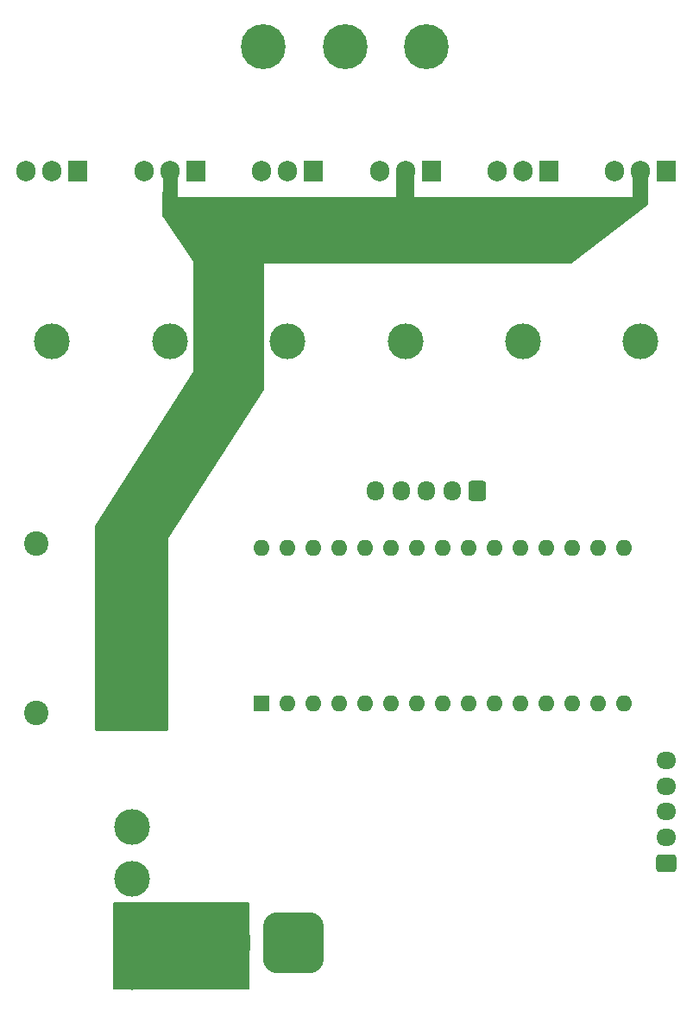
<source format=gbr>
%TF.GenerationSoftware,KiCad,Pcbnew,9.0.0*%
%TF.CreationDate,2025-05-24T01:38:51+03:00*%
%TF.ProjectId,Inverter,496e7665-7274-4657-922e-6b696361645f,rev?*%
%TF.SameCoordinates,Original*%
%TF.FileFunction,Soldermask,Bot*%
%TF.FilePolarity,Negative*%
%FSLAX46Y46*%
G04 Gerber Fmt 4.6, Leading zero omitted, Abs format (unit mm)*
G04 Created by KiCad (PCBNEW 9.0.0) date 2025-05-24 01:38:51*
%MOMM*%
%LPD*%
G01*
G04 APERTURE LIST*
G04 Aperture macros list*
%AMRoundRect*
0 Rectangle with rounded corners*
0 $1 Rounding radius*
0 $2 $3 $4 $5 $6 $7 $8 $9 X,Y pos of 4 corners*
0 Add a 4 corners polygon primitive as box body*
4,1,4,$2,$3,$4,$5,$6,$7,$8,$9,$2,$3,0*
0 Add four circle primitives for the rounded corners*
1,1,$1+$1,$2,$3*
1,1,$1+$1,$4,$5*
1,1,$1+$1,$6,$7*
1,1,$1+$1,$8,$9*
0 Add four rect primitives between the rounded corners*
20,1,$1+$1,$2,$3,$4,$5,0*
20,1,$1+$1,$4,$5,$6,$7,0*
20,1,$1+$1,$6,$7,$8,$9,0*
20,1,$1+$1,$8,$9,$2,$3,0*%
G04 Aperture macros list end*
%ADD10RoundRect,0.250000X0.600000X0.725000X-0.600000X0.725000X-0.600000X-0.725000X0.600000X-0.725000X0*%
%ADD11O,1.700000X1.950000*%
%ADD12R,2.400000X2.400000*%
%ADD13C,2.400000*%
%ADD14C,3.500000*%
%ADD15R,1.600000X1.600000*%
%ADD16O,1.600000X1.600000*%
%ADD17C,4.400000*%
%ADD18RoundRect,1.500000X1.500000X1.500000X-1.500000X1.500000X-1.500000X-1.500000X1.500000X-1.500000X0*%
%ADD19C,6.000000*%
%ADD20RoundRect,0.250000X0.725000X-0.600000X0.725000X0.600000X-0.725000X0.600000X-0.725000X-0.600000X0*%
%ADD21O,1.950000X1.700000*%
%ADD22R,1.905000X2.000000*%
%ADD23O,1.905000X2.000000*%
G04 APERTURE END LIST*
D10*
%TO.C,J3*%
X152800000Y-91375000D03*
D11*
X150300000Y-91375000D03*
X147800000Y-91375000D03*
X145300000Y-91375000D03*
X142800000Y-91375000D03*
%TD*%
D12*
%TO.C,C6*%
X117012755Y-113125000D03*
D13*
X109512755Y-113125000D03*
%TD*%
D14*
%TO.C,F2*%
X118875000Y-124275000D03*
X118875000Y-129355000D03*
X118875000Y-133415000D03*
X118875000Y-138495000D03*
%TD*%
D15*
%TO.C,A1*%
X131600000Y-112165000D03*
D16*
X134140000Y-112165000D03*
X136680000Y-112165000D03*
X139220000Y-112165000D03*
X141760000Y-112165000D03*
X144300000Y-112165000D03*
X146840000Y-112165000D03*
X149380000Y-112165000D03*
X151920000Y-112165000D03*
X154460000Y-112165000D03*
X157000000Y-112165000D03*
X159540000Y-112165000D03*
X162080000Y-112165000D03*
X164620000Y-112165000D03*
X167160000Y-112165000D03*
X167160000Y-96925000D03*
X164620000Y-96925000D03*
X162080000Y-96925000D03*
X159540000Y-96925000D03*
X157000000Y-96925000D03*
X154460000Y-96925000D03*
X151920000Y-96925000D03*
X149380000Y-96925000D03*
X146840000Y-96925000D03*
X144300000Y-96925000D03*
X141760000Y-96925000D03*
X139220000Y-96925000D03*
X136680000Y-96925000D03*
X134140000Y-96925000D03*
X131600000Y-96925000D03*
%TD*%
D17*
%TO.C,V1*%
X139800000Y-47875000D03*
%TD*%
%TO.C,W1*%
X131800000Y-47875000D03*
%TD*%
D18*
%TO.C,J1*%
X134750000Y-135625000D03*
D19*
X127550000Y-135625000D03*
%TD*%
D12*
%TO.C,C5*%
X117012755Y-96525000D03*
D13*
X109512755Y-96525000D03*
%TD*%
D20*
%TO.C,J2*%
X171275000Y-127825000D03*
D21*
X171275000Y-125325000D03*
X171275000Y-122825000D03*
X171275000Y-120325000D03*
X171275000Y-117825000D03*
%TD*%
D17*
%TO.C,U2*%
X147800000Y-47875000D03*
%TD*%
D14*
%TO.C,Q1*%
X168800000Y-76730000D03*
D22*
X171340000Y-60070000D03*
D23*
X168800000Y-60070000D03*
X166260000Y-60070000D03*
%TD*%
D14*
%TO.C,Q5*%
X122600000Y-76730000D03*
D22*
X125140000Y-60070000D03*
D23*
X122600000Y-60070000D03*
X120060000Y-60070000D03*
%TD*%
D14*
%TO.C,Q3*%
X145700000Y-76730000D03*
D22*
X148240000Y-60070000D03*
D23*
X145700000Y-60070000D03*
X143160000Y-60070000D03*
%TD*%
D14*
%TO.C,Q4*%
X134150000Y-76730000D03*
D22*
X136690000Y-60070000D03*
D23*
X134150000Y-60070000D03*
X131610000Y-60070000D03*
%TD*%
D14*
%TO.C,Q2*%
X157250000Y-76730000D03*
D22*
X159790000Y-60070000D03*
D23*
X157250000Y-60070000D03*
X154710000Y-60070000D03*
%TD*%
D14*
%TO.C,Q6*%
X111050000Y-76730000D03*
D22*
X113590000Y-60070000D03*
D23*
X111050000Y-60070000D03*
X108510000Y-60070000D03*
%TD*%
G36*
X169475500Y-59544962D02*
G01*
X169530038Y-59599500D01*
X169550000Y-59674000D01*
X169550000Y-63201293D01*
X169530038Y-63275793D01*
X169491416Y-63319725D01*
X161953481Y-69074493D01*
X161882151Y-69103833D01*
X161863186Y-69105061D01*
X131850000Y-69129482D01*
X131850000Y-81397977D01*
X131830038Y-81472477D01*
X131826218Y-81478733D01*
X122451475Y-96014851D01*
X122478052Y-114725788D01*
X122458195Y-114800317D01*
X122403735Y-114854932D01*
X122329264Y-114875000D01*
X115424000Y-114875000D01*
X115349500Y-114855038D01*
X115294962Y-114800500D01*
X115275000Y-114726000D01*
X115275000Y-94729987D01*
X115294962Y-94655487D01*
X115298600Y-94649515D01*
X124900000Y-79687532D01*
X124900000Y-68925000D01*
X121901464Y-64563493D01*
X121875707Y-64490792D01*
X121875248Y-64478287D01*
X121900542Y-59723207D01*
X121920900Y-59648815D01*
X121975727Y-59594568D01*
X122049540Y-59575000D01*
X123251000Y-59575000D01*
X123325500Y-59594962D01*
X123380038Y-59649500D01*
X123400000Y-59724000D01*
X123400000Y-62598628D01*
X144800000Y-62624694D01*
X144800000Y-59774000D01*
X144819962Y-59699500D01*
X144874500Y-59644962D01*
X144949000Y-59625000D01*
X146451000Y-59625000D01*
X146525500Y-59644962D01*
X146580038Y-59699500D01*
X146600000Y-59774000D01*
X146600000Y-62625000D01*
X168000000Y-62625000D01*
X168000000Y-59674000D01*
X168019962Y-59599500D01*
X168074500Y-59544962D01*
X168149000Y-59525000D01*
X169401000Y-59525000D01*
X169475500Y-59544962D01*
G37*
G36*
X130343039Y-131694685D02*
G01*
X130388794Y-131747489D01*
X130400000Y-131799000D01*
X130400000Y-140101000D01*
X130380315Y-140168039D01*
X130327511Y-140213794D01*
X130276000Y-140225000D01*
X117174000Y-140225000D01*
X117106961Y-140205315D01*
X117061206Y-140152511D01*
X117050000Y-140101000D01*
X117050000Y-131799000D01*
X117069685Y-131731961D01*
X117122489Y-131686206D01*
X117174000Y-131675000D01*
X130276000Y-131675000D01*
X130343039Y-131694685D01*
G37*
M02*

</source>
